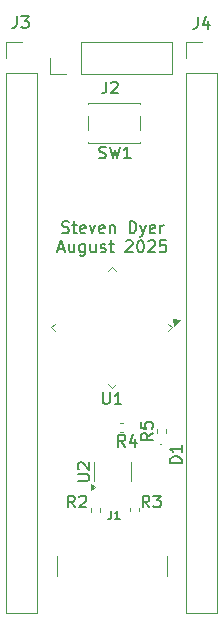
<source format=gbr>
%TF.GenerationSoftware,KiCad,Pcbnew,9.0.0*%
%TF.CreationDate,2025-08-25T15:59:45-02:30*%
%TF.ProjectId,STM32_PCB_Test_Project,53544d33-325f-4504-9342-5f546573745f,rev?*%
%TF.SameCoordinates,Original*%
%TF.FileFunction,Legend,Top*%
%TF.FilePolarity,Positive*%
%FSLAX46Y46*%
G04 Gerber Fmt 4.6, Leading zero omitted, Abs format (unit mm)*
G04 Created by KiCad (PCBNEW 9.0.0) date 2025-08-25 15:59:45*
%MOMM*%
%LPD*%
G01*
G04 APERTURE LIST*
%ADD10C,0.200000*%
%ADD11C,0.150000*%
%ADD12C,0.120000*%
%ADD13C,0.100000*%
G04 APERTURE END LIST*
D10*
X156688094Y-89459656D02*
X156830951Y-89507275D01*
X156830951Y-89507275D02*
X157069046Y-89507275D01*
X157069046Y-89507275D02*
X157164284Y-89459656D01*
X157164284Y-89459656D02*
X157211903Y-89412036D01*
X157211903Y-89412036D02*
X157259522Y-89316798D01*
X157259522Y-89316798D02*
X157259522Y-89221560D01*
X157259522Y-89221560D02*
X157211903Y-89126322D01*
X157211903Y-89126322D02*
X157164284Y-89078703D01*
X157164284Y-89078703D02*
X157069046Y-89031084D01*
X157069046Y-89031084D02*
X156878570Y-88983465D01*
X156878570Y-88983465D02*
X156783332Y-88935846D01*
X156783332Y-88935846D02*
X156735713Y-88888227D01*
X156735713Y-88888227D02*
X156688094Y-88792989D01*
X156688094Y-88792989D02*
X156688094Y-88697751D01*
X156688094Y-88697751D02*
X156735713Y-88602513D01*
X156735713Y-88602513D02*
X156783332Y-88554894D01*
X156783332Y-88554894D02*
X156878570Y-88507275D01*
X156878570Y-88507275D02*
X157116665Y-88507275D01*
X157116665Y-88507275D02*
X157259522Y-88554894D01*
X157545237Y-88840608D02*
X157926189Y-88840608D01*
X157688094Y-88507275D02*
X157688094Y-89364417D01*
X157688094Y-89364417D02*
X157735713Y-89459656D01*
X157735713Y-89459656D02*
X157830951Y-89507275D01*
X157830951Y-89507275D02*
X157926189Y-89507275D01*
X158640475Y-89459656D02*
X158545237Y-89507275D01*
X158545237Y-89507275D02*
X158354761Y-89507275D01*
X158354761Y-89507275D02*
X158259523Y-89459656D01*
X158259523Y-89459656D02*
X158211904Y-89364417D01*
X158211904Y-89364417D02*
X158211904Y-88983465D01*
X158211904Y-88983465D02*
X158259523Y-88888227D01*
X158259523Y-88888227D02*
X158354761Y-88840608D01*
X158354761Y-88840608D02*
X158545237Y-88840608D01*
X158545237Y-88840608D02*
X158640475Y-88888227D01*
X158640475Y-88888227D02*
X158688094Y-88983465D01*
X158688094Y-88983465D02*
X158688094Y-89078703D01*
X158688094Y-89078703D02*
X158211904Y-89173941D01*
X159021428Y-88840608D02*
X159259523Y-89507275D01*
X159259523Y-89507275D02*
X159497618Y-88840608D01*
X160259523Y-89459656D02*
X160164285Y-89507275D01*
X160164285Y-89507275D02*
X159973809Y-89507275D01*
X159973809Y-89507275D02*
X159878571Y-89459656D01*
X159878571Y-89459656D02*
X159830952Y-89364417D01*
X159830952Y-89364417D02*
X159830952Y-88983465D01*
X159830952Y-88983465D02*
X159878571Y-88888227D01*
X159878571Y-88888227D02*
X159973809Y-88840608D01*
X159973809Y-88840608D02*
X160164285Y-88840608D01*
X160164285Y-88840608D02*
X160259523Y-88888227D01*
X160259523Y-88888227D02*
X160307142Y-88983465D01*
X160307142Y-88983465D02*
X160307142Y-89078703D01*
X160307142Y-89078703D02*
X159830952Y-89173941D01*
X160735714Y-88840608D02*
X160735714Y-89507275D01*
X160735714Y-88935846D02*
X160783333Y-88888227D01*
X160783333Y-88888227D02*
X160878571Y-88840608D01*
X160878571Y-88840608D02*
X161021428Y-88840608D01*
X161021428Y-88840608D02*
X161116666Y-88888227D01*
X161116666Y-88888227D02*
X161164285Y-88983465D01*
X161164285Y-88983465D02*
X161164285Y-89507275D01*
X162402381Y-89507275D02*
X162402381Y-88507275D01*
X162402381Y-88507275D02*
X162640476Y-88507275D01*
X162640476Y-88507275D02*
X162783333Y-88554894D01*
X162783333Y-88554894D02*
X162878571Y-88650132D01*
X162878571Y-88650132D02*
X162926190Y-88745370D01*
X162926190Y-88745370D02*
X162973809Y-88935846D01*
X162973809Y-88935846D02*
X162973809Y-89078703D01*
X162973809Y-89078703D02*
X162926190Y-89269179D01*
X162926190Y-89269179D02*
X162878571Y-89364417D01*
X162878571Y-89364417D02*
X162783333Y-89459656D01*
X162783333Y-89459656D02*
X162640476Y-89507275D01*
X162640476Y-89507275D02*
X162402381Y-89507275D01*
X163307143Y-88840608D02*
X163545238Y-89507275D01*
X163783333Y-88840608D02*
X163545238Y-89507275D01*
X163545238Y-89507275D02*
X163450000Y-89745370D01*
X163450000Y-89745370D02*
X163402381Y-89792989D01*
X163402381Y-89792989D02*
X163307143Y-89840608D01*
X164545238Y-89459656D02*
X164450000Y-89507275D01*
X164450000Y-89507275D02*
X164259524Y-89507275D01*
X164259524Y-89507275D02*
X164164286Y-89459656D01*
X164164286Y-89459656D02*
X164116667Y-89364417D01*
X164116667Y-89364417D02*
X164116667Y-88983465D01*
X164116667Y-88983465D02*
X164164286Y-88888227D01*
X164164286Y-88888227D02*
X164259524Y-88840608D01*
X164259524Y-88840608D02*
X164450000Y-88840608D01*
X164450000Y-88840608D02*
X164545238Y-88888227D01*
X164545238Y-88888227D02*
X164592857Y-88983465D01*
X164592857Y-88983465D02*
X164592857Y-89078703D01*
X164592857Y-89078703D02*
X164116667Y-89173941D01*
X165021429Y-89507275D02*
X165021429Y-88840608D01*
X165021429Y-89031084D02*
X165069048Y-88935846D01*
X165069048Y-88935846D02*
X165116667Y-88888227D01*
X165116667Y-88888227D02*
X165211905Y-88840608D01*
X165211905Y-88840608D02*
X165307143Y-88840608D01*
X156378571Y-90831504D02*
X156854761Y-90831504D01*
X156283333Y-91117219D02*
X156616666Y-90117219D01*
X156616666Y-90117219D02*
X156949999Y-91117219D01*
X157711904Y-90450552D02*
X157711904Y-91117219D01*
X157283333Y-90450552D02*
X157283333Y-90974361D01*
X157283333Y-90974361D02*
X157330952Y-91069600D01*
X157330952Y-91069600D02*
X157426190Y-91117219D01*
X157426190Y-91117219D02*
X157569047Y-91117219D01*
X157569047Y-91117219D02*
X157664285Y-91069600D01*
X157664285Y-91069600D02*
X157711904Y-91021980D01*
X158616666Y-90450552D02*
X158616666Y-91260076D01*
X158616666Y-91260076D02*
X158569047Y-91355314D01*
X158569047Y-91355314D02*
X158521428Y-91402933D01*
X158521428Y-91402933D02*
X158426190Y-91450552D01*
X158426190Y-91450552D02*
X158283333Y-91450552D01*
X158283333Y-91450552D02*
X158188095Y-91402933D01*
X158616666Y-91069600D02*
X158521428Y-91117219D01*
X158521428Y-91117219D02*
X158330952Y-91117219D01*
X158330952Y-91117219D02*
X158235714Y-91069600D01*
X158235714Y-91069600D02*
X158188095Y-91021980D01*
X158188095Y-91021980D02*
X158140476Y-90926742D01*
X158140476Y-90926742D02*
X158140476Y-90641028D01*
X158140476Y-90641028D02*
X158188095Y-90545790D01*
X158188095Y-90545790D02*
X158235714Y-90498171D01*
X158235714Y-90498171D02*
X158330952Y-90450552D01*
X158330952Y-90450552D02*
X158521428Y-90450552D01*
X158521428Y-90450552D02*
X158616666Y-90498171D01*
X159521428Y-90450552D02*
X159521428Y-91117219D01*
X159092857Y-90450552D02*
X159092857Y-90974361D01*
X159092857Y-90974361D02*
X159140476Y-91069600D01*
X159140476Y-91069600D02*
X159235714Y-91117219D01*
X159235714Y-91117219D02*
X159378571Y-91117219D01*
X159378571Y-91117219D02*
X159473809Y-91069600D01*
X159473809Y-91069600D02*
X159521428Y-91021980D01*
X159950000Y-91069600D02*
X160045238Y-91117219D01*
X160045238Y-91117219D02*
X160235714Y-91117219D01*
X160235714Y-91117219D02*
X160330952Y-91069600D01*
X160330952Y-91069600D02*
X160378571Y-90974361D01*
X160378571Y-90974361D02*
X160378571Y-90926742D01*
X160378571Y-90926742D02*
X160330952Y-90831504D01*
X160330952Y-90831504D02*
X160235714Y-90783885D01*
X160235714Y-90783885D02*
X160092857Y-90783885D01*
X160092857Y-90783885D02*
X159997619Y-90736266D01*
X159997619Y-90736266D02*
X159950000Y-90641028D01*
X159950000Y-90641028D02*
X159950000Y-90593409D01*
X159950000Y-90593409D02*
X159997619Y-90498171D01*
X159997619Y-90498171D02*
X160092857Y-90450552D01*
X160092857Y-90450552D02*
X160235714Y-90450552D01*
X160235714Y-90450552D02*
X160330952Y-90498171D01*
X160664286Y-90450552D02*
X161045238Y-90450552D01*
X160807143Y-90117219D02*
X160807143Y-90974361D01*
X160807143Y-90974361D02*
X160854762Y-91069600D01*
X160854762Y-91069600D02*
X160950000Y-91117219D01*
X160950000Y-91117219D02*
X161045238Y-91117219D01*
X162092858Y-90212457D02*
X162140477Y-90164838D01*
X162140477Y-90164838D02*
X162235715Y-90117219D01*
X162235715Y-90117219D02*
X162473810Y-90117219D01*
X162473810Y-90117219D02*
X162569048Y-90164838D01*
X162569048Y-90164838D02*
X162616667Y-90212457D01*
X162616667Y-90212457D02*
X162664286Y-90307695D01*
X162664286Y-90307695D02*
X162664286Y-90402933D01*
X162664286Y-90402933D02*
X162616667Y-90545790D01*
X162616667Y-90545790D02*
X162045239Y-91117219D01*
X162045239Y-91117219D02*
X162664286Y-91117219D01*
X163283334Y-90117219D02*
X163378572Y-90117219D01*
X163378572Y-90117219D02*
X163473810Y-90164838D01*
X163473810Y-90164838D02*
X163521429Y-90212457D01*
X163521429Y-90212457D02*
X163569048Y-90307695D01*
X163569048Y-90307695D02*
X163616667Y-90498171D01*
X163616667Y-90498171D02*
X163616667Y-90736266D01*
X163616667Y-90736266D02*
X163569048Y-90926742D01*
X163569048Y-90926742D02*
X163521429Y-91021980D01*
X163521429Y-91021980D02*
X163473810Y-91069600D01*
X163473810Y-91069600D02*
X163378572Y-91117219D01*
X163378572Y-91117219D02*
X163283334Y-91117219D01*
X163283334Y-91117219D02*
X163188096Y-91069600D01*
X163188096Y-91069600D02*
X163140477Y-91021980D01*
X163140477Y-91021980D02*
X163092858Y-90926742D01*
X163092858Y-90926742D02*
X163045239Y-90736266D01*
X163045239Y-90736266D02*
X163045239Y-90498171D01*
X163045239Y-90498171D02*
X163092858Y-90307695D01*
X163092858Y-90307695D02*
X163140477Y-90212457D01*
X163140477Y-90212457D02*
X163188096Y-90164838D01*
X163188096Y-90164838D02*
X163283334Y-90117219D01*
X163997620Y-90212457D02*
X164045239Y-90164838D01*
X164045239Y-90164838D02*
X164140477Y-90117219D01*
X164140477Y-90117219D02*
X164378572Y-90117219D01*
X164378572Y-90117219D02*
X164473810Y-90164838D01*
X164473810Y-90164838D02*
X164521429Y-90212457D01*
X164521429Y-90212457D02*
X164569048Y-90307695D01*
X164569048Y-90307695D02*
X164569048Y-90402933D01*
X164569048Y-90402933D02*
X164521429Y-90545790D01*
X164521429Y-90545790D02*
X163950001Y-91117219D01*
X163950001Y-91117219D02*
X164569048Y-91117219D01*
X165473810Y-90117219D02*
X164997620Y-90117219D01*
X164997620Y-90117219D02*
X164950001Y-90593409D01*
X164950001Y-90593409D02*
X164997620Y-90545790D01*
X164997620Y-90545790D02*
X165092858Y-90498171D01*
X165092858Y-90498171D02*
X165330953Y-90498171D01*
X165330953Y-90498171D02*
X165426191Y-90545790D01*
X165426191Y-90545790D02*
X165473810Y-90593409D01*
X165473810Y-90593409D02*
X165521429Y-90688647D01*
X165521429Y-90688647D02*
X165521429Y-90926742D01*
X165521429Y-90926742D02*
X165473810Y-91021980D01*
X165473810Y-91021980D02*
X165426191Y-91069600D01*
X165426191Y-91069600D02*
X165330953Y-91117219D01*
X165330953Y-91117219D02*
X165092858Y-91117219D01*
X165092858Y-91117219D02*
X164997620Y-91069600D01*
X164997620Y-91069600D02*
X164950001Y-91021980D01*
D11*
X160416666Y-76679819D02*
X160416666Y-77394104D01*
X160416666Y-77394104D02*
X160369047Y-77536961D01*
X160369047Y-77536961D02*
X160273809Y-77632200D01*
X160273809Y-77632200D02*
X160130952Y-77679819D01*
X160130952Y-77679819D02*
X160035714Y-77679819D01*
X160845238Y-76775057D02*
X160892857Y-76727438D01*
X160892857Y-76727438D02*
X160988095Y-76679819D01*
X160988095Y-76679819D02*
X161226190Y-76679819D01*
X161226190Y-76679819D02*
X161321428Y-76727438D01*
X161321428Y-76727438D02*
X161369047Y-76775057D01*
X161369047Y-76775057D02*
X161416666Y-76870295D01*
X161416666Y-76870295D02*
X161416666Y-76965533D01*
X161416666Y-76965533D02*
X161369047Y-77108390D01*
X161369047Y-77108390D02*
X160797619Y-77679819D01*
X160797619Y-77679819D02*
X161416666Y-77679819D01*
X164083333Y-112729819D02*
X163750000Y-112253628D01*
X163511905Y-112729819D02*
X163511905Y-111729819D01*
X163511905Y-111729819D02*
X163892857Y-111729819D01*
X163892857Y-111729819D02*
X163988095Y-111777438D01*
X163988095Y-111777438D02*
X164035714Y-111825057D01*
X164035714Y-111825057D02*
X164083333Y-111920295D01*
X164083333Y-111920295D02*
X164083333Y-112063152D01*
X164083333Y-112063152D02*
X164035714Y-112158390D01*
X164035714Y-112158390D02*
X163988095Y-112206009D01*
X163988095Y-112206009D02*
X163892857Y-112253628D01*
X163892857Y-112253628D02*
X163511905Y-112253628D01*
X164416667Y-111729819D02*
X165035714Y-111729819D01*
X165035714Y-111729819D02*
X164702381Y-112110771D01*
X164702381Y-112110771D02*
X164845238Y-112110771D01*
X164845238Y-112110771D02*
X164940476Y-112158390D01*
X164940476Y-112158390D02*
X164988095Y-112206009D01*
X164988095Y-112206009D02*
X165035714Y-112301247D01*
X165035714Y-112301247D02*
X165035714Y-112539342D01*
X165035714Y-112539342D02*
X164988095Y-112634580D01*
X164988095Y-112634580D02*
X164940476Y-112682200D01*
X164940476Y-112682200D02*
X164845238Y-112729819D01*
X164845238Y-112729819D02*
X164559524Y-112729819D01*
X164559524Y-112729819D02*
X164464286Y-112682200D01*
X164464286Y-112682200D02*
X164416667Y-112634580D01*
X159816667Y-83132200D02*
X159959524Y-83179819D01*
X159959524Y-83179819D02*
X160197619Y-83179819D01*
X160197619Y-83179819D02*
X160292857Y-83132200D01*
X160292857Y-83132200D02*
X160340476Y-83084580D01*
X160340476Y-83084580D02*
X160388095Y-82989342D01*
X160388095Y-82989342D02*
X160388095Y-82894104D01*
X160388095Y-82894104D02*
X160340476Y-82798866D01*
X160340476Y-82798866D02*
X160292857Y-82751247D01*
X160292857Y-82751247D02*
X160197619Y-82703628D01*
X160197619Y-82703628D02*
X160007143Y-82656009D01*
X160007143Y-82656009D02*
X159911905Y-82608390D01*
X159911905Y-82608390D02*
X159864286Y-82560771D01*
X159864286Y-82560771D02*
X159816667Y-82465533D01*
X159816667Y-82465533D02*
X159816667Y-82370295D01*
X159816667Y-82370295D02*
X159864286Y-82275057D01*
X159864286Y-82275057D02*
X159911905Y-82227438D01*
X159911905Y-82227438D02*
X160007143Y-82179819D01*
X160007143Y-82179819D02*
X160245238Y-82179819D01*
X160245238Y-82179819D02*
X160388095Y-82227438D01*
X160721429Y-82179819D02*
X160959524Y-83179819D01*
X160959524Y-83179819D02*
X161150000Y-82465533D01*
X161150000Y-82465533D02*
X161340476Y-83179819D01*
X161340476Y-83179819D02*
X161578572Y-82179819D01*
X162483333Y-83179819D02*
X161911905Y-83179819D01*
X162197619Y-83179819D02*
X162197619Y-82179819D01*
X162197619Y-82179819D02*
X162102381Y-82322676D01*
X162102381Y-82322676D02*
X162007143Y-82417914D01*
X162007143Y-82417914D02*
X161911905Y-82465533D01*
X168166666Y-71204819D02*
X168166666Y-71919104D01*
X168166666Y-71919104D02*
X168119047Y-72061961D01*
X168119047Y-72061961D02*
X168023809Y-72157200D01*
X168023809Y-72157200D02*
X167880952Y-72204819D01*
X167880952Y-72204819D02*
X167785714Y-72204819D01*
X169071428Y-71538152D02*
X169071428Y-72204819D01*
X168833333Y-71157200D02*
X168595238Y-71871485D01*
X168595238Y-71871485D02*
X169214285Y-71871485D01*
X152866666Y-71129819D02*
X152866666Y-71844104D01*
X152866666Y-71844104D02*
X152819047Y-71986961D01*
X152819047Y-71986961D02*
X152723809Y-72082200D01*
X152723809Y-72082200D02*
X152580952Y-72129819D01*
X152580952Y-72129819D02*
X152485714Y-72129819D01*
X153247619Y-71129819D02*
X153866666Y-71129819D01*
X153866666Y-71129819D02*
X153533333Y-71510771D01*
X153533333Y-71510771D02*
X153676190Y-71510771D01*
X153676190Y-71510771D02*
X153771428Y-71558390D01*
X153771428Y-71558390D02*
X153819047Y-71606009D01*
X153819047Y-71606009D02*
X153866666Y-71701247D01*
X153866666Y-71701247D02*
X153866666Y-71939342D01*
X153866666Y-71939342D02*
X153819047Y-72034580D01*
X153819047Y-72034580D02*
X153771428Y-72082200D01*
X153771428Y-72082200D02*
X153676190Y-72129819D01*
X153676190Y-72129819D02*
X153390476Y-72129819D01*
X153390476Y-72129819D02*
X153295238Y-72082200D01*
X153295238Y-72082200D02*
X153247619Y-72034580D01*
X160138095Y-102979819D02*
X160138095Y-103789342D01*
X160138095Y-103789342D02*
X160185714Y-103884580D01*
X160185714Y-103884580D02*
X160233333Y-103932200D01*
X160233333Y-103932200D02*
X160328571Y-103979819D01*
X160328571Y-103979819D02*
X160519047Y-103979819D01*
X160519047Y-103979819D02*
X160614285Y-103932200D01*
X160614285Y-103932200D02*
X160661904Y-103884580D01*
X160661904Y-103884580D02*
X160709523Y-103789342D01*
X160709523Y-103789342D02*
X160709523Y-102979819D01*
X161709523Y-103979819D02*
X161138095Y-103979819D01*
X161423809Y-103979819D02*
X161423809Y-102979819D01*
X161423809Y-102979819D02*
X161328571Y-103122676D01*
X161328571Y-103122676D02*
X161233333Y-103217914D01*
X161233333Y-103217914D02*
X161138095Y-103265533D01*
X162033333Y-107579819D02*
X161700000Y-107103628D01*
X161461905Y-107579819D02*
X161461905Y-106579819D01*
X161461905Y-106579819D02*
X161842857Y-106579819D01*
X161842857Y-106579819D02*
X161938095Y-106627438D01*
X161938095Y-106627438D02*
X161985714Y-106675057D01*
X161985714Y-106675057D02*
X162033333Y-106770295D01*
X162033333Y-106770295D02*
X162033333Y-106913152D01*
X162033333Y-106913152D02*
X161985714Y-107008390D01*
X161985714Y-107008390D02*
X161938095Y-107056009D01*
X161938095Y-107056009D02*
X161842857Y-107103628D01*
X161842857Y-107103628D02*
X161461905Y-107103628D01*
X162890476Y-106913152D02*
X162890476Y-107579819D01*
X162652381Y-106532200D02*
X162414286Y-107246485D01*
X162414286Y-107246485D02*
X163033333Y-107246485D01*
X157783333Y-112729819D02*
X157450000Y-112253628D01*
X157211905Y-112729819D02*
X157211905Y-111729819D01*
X157211905Y-111729819D02*
X157592857Y-111729819D01*
X157592857Y-111729819D02*
X157688095Y-111777438D01*
X157688095Y-111777438D02*
X157735714Y-111825057D01*
X157735714Y-111825057D02*
X157783333Y-111920295D01*
X157783333Y-111920295D02*
X157783333Y-112063152D01*
X157783333Y-112063152D02*
X157735714Y-112158390D01*
X157735714Y-112158390D02*
X157688095Y-112206009D01*
X157688095Y-112206009D02*
X157592857Y-112253628D01*
X157592857Y-112253628D02*
X157211905Y-112253628D01*
X158164286Y-111825057D02*
X158211905Y-111777438D01*
X158211905Y-111777438D02*
X158307143Y-111729819D01*
X158307143Y-111729819D02*
X158545238Y-111729819D01*
X158545238Y-111729819D02*
X158640476Y-111777438D01*
X158640476Y-111777438D02*
X158688095Y-111825057D01*
X158688095Y-111825057D02*
X158735714Y-111920295D01*
X158735714Y-111920295D02*
X158735714Y-112015533D01*
X158735714Y-112015533D02*
X158688095Y-112158390D01*
X158688095Y-112158390D02*
X158116667Y-112729819D01*
X158116667Y-112729819D02*
X158735714Y-112729819D01*
X158004819Y-110486904D02*
X158814342Y-110486904D01*
X158814342Y-110486904D02*
X158909580Y-110439285D01*
X158909580Y-110439285D02*
X158957200Y-110391666D01*
X158957200Y-110391666D02*
X159004819Y-110296428D01*
X159004819Y-110296428D02*
X159004819Y-110105952D01*
X159004819Y-110105952D02*
X158957200Y-110010714D01*
X158957200Y-110010714D02*
X158909580Y-109963095D01*
X158909580Y-109963095D02*
X158814342Y-109915476D01*
X158814342Y-109915476D02*
X158004819Y-109915476D01*
X158100057Y-109486904D02*
X158052438Y-109439285D01*
X158052438Y-109439285D02*
X158004819Y-109344047D01*
X158004819Y-109344047D02*
X158004819Y-109105952D01*
X158004819Y-109105952D02*
X158052438Y-109010714D01*
X158052438Y-109010714D02*
X158100057Y-108963095D01*
X158100057Y-108963095D02*
X158195295Y-108915476D01*
X158195295Y-108915476D02*
X158290533Y-108915476D01*
X158290533Y-108915476D02*
X158433390Y-108963095D01*
X158433390Y-108963095D02*
X159004819Y-109534523D01*
X159004819Y-109534523D02*
X159004819Y-108915476D01*
X166804819Y-108988094D02*
X165804819Y-108988094D01*
X165804819Y-108988094D02*
X165804819Y-108749999D01*
X165804819Y-108749999D02*
X165852438Y-108607142D01*
X165852438Y-108607142D02*
X165947676Y-108511904D01*
X165947676Y-108511904D02*
X166042914Y-108464285D01*
X166042914Y-108464285D02*
X166233390Y-108416666D01*
X166233390Y-108416666D02*
X166376247Y-108416666D01*
X166376247Y-108416666D02*
X166566723Y-108464285D01*
X166566723Y-108464285D02*
X166661961Y-108511904D01*
X166661961Y-108511904D02*
X166757200Y-108607142D01*
X166757200Y-108607142D02*
X166804819Y-108749999D01*
X166804819Y-108749999D02*
X166804819Y-108988094D01*
X166804819Y-107464285D02*
X166804819Y-108035713D01*
X166804819Y-107749999D02*
X165804819Y-107749999D01*
X165804819Y-107749999D02*
X165947676Y-107845237D01*
X165947676Y-107845237D02*
X166042914Y-107940475D01*
X166042914Y-107940475D02*
X166090533Y-108035713D01*
X164359819Y-106441666D02*
X163883628Y-106774999D01*
X164359819Y-107013094D02*
X163359819Y-107013094D01*
X163359819Y-107013094D02*
X163359819Y-106632142D01*
X163359819Y-106632142D02*
X163407438Y-106536904D01*
X163407438Y-106536904D02*
X163455057Y-106489285D01*
X163455057Y-106489285D02*
X163550295Y-106441666D01*
X163550295Y-106441666D02*
X163693152Y-106441666D01*
X163693152Y-106441666D02*
X163788390Y-106489285D01*
X163788390Y-106489285D02*
X163836009Y-106536904D01*
X163836009Y-106536904D02*
X163883628Y-106632142D01*
X163883628Y-106632142D02*
X163883628Y-107013094D01*
X163359819Y-105536904D02*
X163359819Y-106013094D01*
X163359819Y-106013094D02*
X163836009Y-106060713D01*
X163836009Y-106060713D02*
X163788390Y-106013094D01*
X163788390Y-106013094D02*
X163740771Y-105917856D01*
X163740771Y-105917856D02*
X163740771Y-105679761D01*
X163740771Y-105679761D02*
X163788390Y-105584523D01*
X163788390Y-105584523D02*
X163836009Y-105536904D01*
X163836009Y-105536904D02*
X163931247Y-105489285D01*
X163931247Y-105489285D02*
X164169342Y-105489285D01*
X164169342Y-105489285D02*
X164264580Y-105536904D01*
X164264580Y-105536904D02*
X164312200Y-105584523D01*
X164312200Y-105584523D02*
X164359819Y-105679761D01*
X164359819Y-105679761D02*
X164359819Y-105917856D01*
X164359819Y-105917856D02*
X164312200Y-106013094D01*
X164312200Y-106013094D02*
X164264580Y-106060713D01*
X160866666Y-113016033D02*
X160866666Y-113516033D01*
X160866666Y-113516033D02*
X160833333Y-113616033D01*
X160833333Y-113616033D02*
X160766666Y-113682700D01*
X160766666Y-113682700D02*
X160666666Y-113716033D01*
X160666666Y-113716033D02*
X160600000Y-113716033D01*
X161566666Y-113716033D02*
X161166666Y-113716033D01*
X161366666Y-113716033D02*
X161366666Y-113016033D01*
X161366666Y-113016033D02*
X161299999Y-113116033D01*
X161299999Y-113116033D02*
X161233333Y-113182700D01*
X161233333Y-113182700D02*
X161166666Y-113216033D01*
D12*
%TO.C,J2*%
X155695000Y-76005000D02*
X155695000Y-74675000D01*
X157025000Y-76005000D02*
X155695000Y-76005000D01*
X158295000Y-73345000D02*
X165975000Y-73345000D01*
X158295000Y-76005000D02*
X158295000Y-73345000D01*
X158295000Y-76005000D02*
X165975000Y-76005000D01*
X165975000Y-76005000D02*
X165975000Y-73345000D01*
%TO.C,R3*%
X162420000Y-112746359D02*
X162420000Y-113053641D01*
X163180000Y-112746359D02*
X163180000Y-113053641D01*
%TO.C,SW1*%
X158875000Y-78475000D02*
X158875000Y-78595000D01*
X158875000Y-79605000D02*
X158875000Y-80745000D01*
X158875000Y-81755000D02*
X158875000Y-81875000D01*
X158875000Y-81875000D02*
X163275000Y-81875000D01*
X163275000Y-78475000D02*
X158875000Y-78475000D01*
X163275000Y-78595000D02*
X163275000Y-78475000D01*
X163275000Y-80745000D02*
X163275000Y-79605000D01*
X163275000Y-81875000D02*
X163275000Y-81755000D01*
%TO.C,J4*%
X167185000Y-73320000D02*
X168515000Y-73320000D01*
X167185000Y-74650000D02*
X167185000Y-73320000D01*
X167185000Y-75920000D02*
X167185000Y-121700000D01*
X167185000Y-75920000D02*
X169845000Y-75920000D01*
X167185000Y-121700000D02*
X169845000Y-121700000D01*
X169845000Y-75920000D02*
X169845000Y-121700000D01*
%TO.C,J3*%
X151945000Y-73320000D02*
X153275000Y-73320000D01*
X151945000Y-74650000D02*
X151945000Y-73320000D01*
X151945000Y-75920000D02*
X151945000Y-121700000D01*
X151945000Y-75920000D02*
X154605000Y-75920000D01*
X151945000Y-121700000D02*
X154605000Y-121700000D01*
X154605000Y-75920000D02*
X154605000Y-121700000D01*
%TO.C,U1*%
X155789689Y-97500000D02*
X156107887Y-97818198D01*
X156107887Y-97181802D02*
X155789689Y-97500000D01*
X160576802Y-92712887D02*
X160895000Y-92394689D01*
X160895000Y-92394689D02*
X161213198Y-92712887D01*
X160895000Y-102605311D02*
X160576802Y-102287113D01*
X161213198Y-102287113D02*
X160895000Y-102605311D01*
X165682113Y-97818198D02*
X166000311Y-97500000D01*
X166000311Y-97500000D02*
X165682113Y-97181802D01*
X166672062Y-96856533D02*
X166191230Y-97337365D01*
X166099306Y-96764609D01*
X166672062Y-96856533D01*
G36*
X166672062Y-96856533D02*
G01*
X166191230Y-97337365D01*
X166099306Y-96764609D01*
X166672062Y-96856533D01*
G37*
%TO.C,R4*%
X161863641Y-105620000D02*
X161556359Y-105620000D01*
X161863641Y-106380000D02*
X161556359Y-106380000D01*
%TO.C,R2*%
X159120000Y-112796359D02*
X159120000Y-113103641D01*
X159880000Y-112796359D02*
X159880000Y-113103641D01*
%TO.C,U2*%
X159390000Y-109725000D02*
X159390000Y-108925000D01*
X159390000Y-109725000D02*
X159390000Y-110525000D01*
X162510000Y-109725000D02*
X162510000Y-108925000D01*
X162510000Y-109725000D02*
X162510000Y-110525000D01*
X159440000Y-111025000D02*
X159110000Y-111265000D01*
X159110000Y-110785000D01*
X159440000Y-111025000D01*
G36*
X159440000Y-111025000D02*
G01*
X159110000Y-111265000D01*
X159110000Y-110785000D01*
X159440000Y-111025000D01*
G37*
D13*
%TO.C,D1*%
X165125000Y-107390000D02*
G75*
G02*
X165025000Y-107390000I-50000J0D01*
G01*
X165025000Y-107390000D02*
G75*
G02*
X165125000Y-107390000I50000J0D01*
G01*
D12*
%TO.C,R5*%
X164695000Y-106428641D02*
X164695000Y-106121359D01*
X165455000Y-106428641D02*
X165455000Y-106121359D01*
%TO.C,J1*%
X156255000Y-118565000D02*
X156255000Y-116865000D01*
X165595000Y-118565000D02*
X165595000Y-116865000D01*
%TD*%
M02*

</source>
